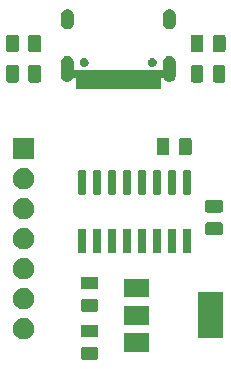
<source format=gts>
G04 #@! TF.GenerationSoftware,KiCad,Pcbnew,(5.1.5)-3*
G04 #@! TF.CreationDate,2020-06-01T09:33:33-04:00*
G04 #@! TF.ProjectId,OpenUSB2Serial,4f70656e-5553-4423-9253-657269616c2e,rev?*
G04 #@! TF.SameCoordinates,Original*
G04 #@! TF.FileFunction,Soldermask,Top*
G04 #@! TF.FilePolarity,Negative*
%FSLAX46Y46*%
G04 Gerber Fmt 4.6, Leading zero omitted, Abs format (unit mm)*
G04 Created by KiCad (PCBNEW (5.1.5)-3) date 2020-06-01 09:33:33*
%MOMM*%
%LPD*%
G04 APERTURE LIST*
%ADD10C,0.100000*%
G04 APERTURE END LIST*
D10*
G36*
X109804468Y-96288565D02*
G01*
X109843138Y-96300296D01*
X109878777Y-96319346D01*
X109910017Y-96344983D01*
X109935654Y-96376223D01*
X109954704Y-96411862D01*
X109966435Y-96450532D01*
X109971000Y-96496888D01*
X109971000Y-97148112D01*
X109966435Y-97194468D01*
X109954704Y-97233138D01*
X109935654Y-97268777D01*
X109910017Y-97300017D01*
X109878777Y-97325654D01*
X109843138Y-97344704D01*
X109804468Y-97356435D01*
X109758112Y-97361000D01*
X108681888Y-97361000D01*
X108635532Y-97356435D01*
X108596862Y-97344704D01*
X108561223Y-97325654D01*
X108529983Y-97300017D01*
X108504346Y-97268777D01*
X108485296Y-97233138D01*
X108473565Y-97194468D01*
X108469000Y-97148112D01*
X108469000Y-96496888D01*
X108473565Y-96450532D01*
X108485296Y-96411862D01*
X108504346Y-96376223D01*
X108529983Y-96344983D01*
X108561223Y-96319346D01*
X108596862Y-96300296D01*
X108635532Y-96288565D01*
X108681888Y-96284000D01*
X109758112Y-96284000D01*
X109804468Y-96288565D01*
G37*
G36*
X114233000Y-96700000D02*
G01*
X112131000Y-96700000D01*
X112131000Y-95098000D01*
X114233000Y-95098000D01*
X114233000Y-96700000D01*
G37*
G36*
X103745512Y-93845927D02*
G01*
X103894812Y-93875624D01*
X104058784Y-93943544D01*
X104206354Y-94042147D01*
X104331853Y-94167646D01*
X104430456Y-94315216D01*
X104498376Y-94479188D01*
X104533000Y-94653259D01*
X104533000Y-94830741D01*
X104498376Y-95004812D01*
X104430456Y-95168784D01*
X104331853Y-95316354D01*
X104206354Y-95441853D01*
X104058784Y-95540456D01*
X103894812Y-95608376D01*
X103745512Y-95638073D01*
X103720742Y-95643000D01*
X103543258Y-95643000D01*
X103518488Y-95638073D01*
X103369188Y-95608376D01*
X103205216Y-95540456D01*
X103057646Y-95441853D01*
X102932147Y-95316354D01*
X102833544Y-95168784D01*
X102765624Y-95004812D01*
X102731000Y-94830741D01*
X102731000Y-94653259D01*
X102765624Y-94479188D01*
X102833544Y-94315216D01*
X102932147Y-94167646D01*
X103057646Y-94042147D01*
X103205216Y-93943544D01*
X103369188Y-93875624D01*
X103518488Y-93845927D01*
X103543258Y-93841000D01*
X103720742Y-93841000D01*
X103745512Y-93845927D01*
G37*
G36*
X120533000Y-95550000D02*
G01*
X118431000Y-95550000D01*
X118431000Y-91648000D01*
X120533000Y-91648000D01*
X120533000Y-95550000D01*
G37*
G36*
X109804468Y-94413565D02*
G01*
X109843138Y-94425296D01*
X109878777Y-94444346D01*
X109910017Y-94469983D01*
X109935654Y-94501223D01*
X109954704Y-94536862D01*
X109966435Y-94575532D01*
X109971000Y-94621888D01*
X109971000Y-95273112D01*
X109966435Y-95319468D01*
X109954704Y-95358138D01*
X109935654Y-95393777D01*
X109910017Y-95425017D01*
X109878777Y-95450654D01*
X109843138Y-95469704D01*
X109804468Y-95481435D01*
X109758112Y-95486000D01*
X108681888Y-95486000D01*
X108635532Y-95481435D01*
X108596862Y-95469704D01*
X108561223Y-95450654D01*
X108529983Y-95425017D01*
X108504346Y-95393777D01*
X108485296Y-95358138D01*
X108473565Y-95319468D01*
X108469000Y-95273112D01*
X108469000Y-94621888D01*
X108473565Y-94575532D01*
X108485296Y-94536862D01*
X108504346Y-94501223D01*
X108529983Y-94469983D01*
X108561223Y-94444346D01*
X108596862Y-94425296D01*
X108635532Y-94413565D01*
X108681888Y-94409000D01*
X109758112Y-94409000D01*
X109804468Y-94413565D01*
G37*
G36*
X114233000Y-94400000D02*
G01*
X112131000Y-94400000D01*
X112131000Y-92798000D01*
X114233000Y-92798000D01*
X114233000Y-94400000D01*
G37*
G36*
X109804468Y-92224565D02*
G01*
X109843138Y-92236296D01*
X109878777Y-92255346D01*
X109910017Y-92280983D01*
X109935654Y-92312223D01*
X109954704Y-92347862D01*
X109966435Y-92386532D01*
X109971000Y-92432888D01*
X109971000Y-93084112D01*
X109966435Y-93130468D01*
X109954704Y-93169138D01*
X109935654Y-93204777D01*
X109910017Y-93236017D01*
X109878777Y-93261654D01*
X109843138Y-93280704D01*
X109804468Y-93292435D01*
X109758112Y-93297000D01*
X108681888Y-93297000D01*
X108635532Y-93292435D01*
X108596862Y-93280704D01*
X108561223Y-93261654D01*
X108529983Y-93236017D01*
X108504346Y-93204777D01*
X108485296Y-93169138D01*
X108473565Y-93130468D01*
X108469000Y-93084112D01*
X108469000Y-92432888D01*
X108473565Y-92386532D01*
X108485296Y-92347862D01*
X108504346Y-92312223D01*
X108529983Y-92280983D01*
X108561223Y-92255346D01*
X108596862Y-92236296D01*
X108635532Y-92224565D01*
X108681888Y-92220000D01*
X109758112Y-92220000D01*
X109804468Y-92224565D01*
G37*
G36*
X103727463Y-91302337D02*
G01*
X103894812Y-91335624D01*
X104058784Y-91403544D01*
X104206354Y-91502147D01*
X104331853Y-91627646D01*
X104430456Y-91775216D01*
X104498376Y-91939188D01*
X104533000Y-92113259D01*
X104533000Y-92290741D01*
X104498376Y-92464812D01*
X104430456Y-92628784D01*
X104331853Y-92776354D01*
X104206354Y-92901853D01*
X104058784Y-93000456D01*
X103894812Y-93068376D01*
X103745512Y-93098073D01*
X103720742Y-93103000D01*
X103543258Y-93103000D01*
X103518488Y-93098073D01*
X103369188Y-93068376D01*
X103205216Y-93000456D01*
X103057646Y-92901853D01*
X102932147Y-92776354D01*
X102833544Y-92628784D01*
X102765624Y-92464812D01*
X102731000Y-92290741D01*
X102731000Y-92113259D01*
X102765624Y-91939188D01*
X102833544Y-91775216D01*
X102932147Y-91627646D01*
X103057646Y-91502147D01*
X103205216Y-91403544D01*
X103369188Y-91335624D01*
X103536537Y-91302337D01*
X103543258Y-91301000D01*
X103720742Y-91301000D01*
X103727463Y-91302337D01*
G37*
G36*
X114233000Y-92100000D02*
G01*
X112131000Y-92100000D01*
X112131000Y-90498000D01*
X114233000Y-90498000D01*
X114233000Y-92100000D01*
G37*
G36*
X109804468Y-90349565D02*
G01*
X109843138Y-90361296D01*
X109878777Y-90380346D01*
X109910017Y-90405983D01*
X109935654Y-90437223D01*
X109954704Y-90472862D01*
X109966435Y-90511532D01*
X109971000Y-90557888D01*
X109971000Y-91209112D01*
X109966435Y-91255468D01*
X109954704Y-91294138D01*
X109935654Y-91329777D01*
X109910017Y-91361017D01*
X109878777Y-91386654D01*
X109843138Y-91405704D01*
X109804468Y-91417435D01*
X109758112Y-91422000D01*
X108681888Y-91422000D01*
X108635532Y-91417435D01*
X108596862Y-91405704D01*
X108561223Y-91386654D01*
X108529983Y-91361017D01*
X108504346Y-91329777D01*
X108485296Y-91294138D01*
X108473565Y-91255468D01*
X108469000Y-91209112D01*
X108469000Y-90557888D01*
X108473565Y-90511532D01*
X108485296Y-90472862D01*
X108504346Y-90437223D01*
X108529983Y-90405983D01*
X108561223Y-90380346D01*
X108596862Y-90361296D01*
X108635532Y-90349565D01*
X108681888Y-90345000D01*
X109758112Y-90345000D01*
X109804468Y-90349565D01*
G37*
G36*
X103745512Y-88765927D02*
G01*
X103894812Y-88795624D01*
X104058784Y-88863544D01*
X104206354Y-88962147D01*
X104331853Y-89087646D01*
X104430456Y-89235216D01*
X104498376Y-89399188D01*
X104533000Y-89573259D01*
X104533000Y-89750741D01*
X104498376Y-89924812D01*
X104430456Y-90088784D01*
X104331853Y-90236354D01*
X104206354Y-90361853D01*
X104058784Y-90460456D01*
X103894812Y-90528376D01*
X103746441Y-90557888D01*
X103720742Y-90563000D01*
X103543258Y-90563000D01*
X103517559Y-90557888D01*
X103369188Y-90528376D01*
X103205216Y-90460456D01*
X103057646Y-90361853D01*
X102932147Y-90236354D01*
X102833544Y-90088784D01*
X102765624Y-89924812D01*
X102731000Y-89750741D01*
X102731000Y-89573259D01*
X102765624Y-89399188D01*
X102833544Y-89235216D01*
X102932147Y-89087646D01*
X103057646Y-88962147D01*
X103205216Y-88863544D01*
X103369188Y-88795624D01*
X103518488Y-88765927D01*
X103543258Y-88761000D01*
X103720742Y-88761000D01*
X103745512Y-88765927D01*
G37*
G36*
X113924928Y-86287764D02*
G01*
X113946009Y-86294160D01*
X113965445Y-86304548D01*
X113982476Y-86318524D01*
X113996452Y-86335555D01*
X114006840Y-86354991D01*
X114013236Y-86376072D01*
X114016000Y-86404140D01*
X114016000Y-88217860D01*
X114013236Y-88245928D01*
X114006840Y-88267009D01*
X113996452Y-88286445D01*
X113982476Y-88303476D01*
X113965445Y-88317452D01*
X113946009Y-88327840D01*
X113924928Y-88334236D01*
X113896860Y-88337000D01*
X113433140Y-88337000D01*
X113405072Y-88334236D01*
X113383991Y-88327840D01*
X113364555Y-88317452D01*
X113347524Y-88303476D01*
X113333548Y-88286445D01*
X113323160Y-88267009D01*
X113316764Y-88245928D01*
X113314000Y-88217860D01*
X113314000Y-86404140D01*
X113316764Y-86376072D01*
X113323160Y-86354991D01*
X113333548Y-86335555D01*
X113347524Y-86318524D01*
X113364555Y-86304548D01*
X113383991Y-86294160D01*
X113405072Y-86287764D01*
X113433140Y-86285000D01*
X113896860Y-86285000D01*
X113924928Y-86287764D01*
G37*
G36*
X110114928Y-86287764D02*
G01*
X110136009Y-86294160D01*
X110155445Y-86304548D01*
X110172476Y-86318524D01*
X110186452Y-86335555D01*
X110196840Y-86354991D01*
X110203236Y-86376072D01*
X110206000Y-86404140D01*
X110206000Y-88217860D01*
X110203236Y-88245928D01*
X110196840Y-88267009D01*
X110186452Y-88286445D01*
X110172476Y-88303476D01*
X110155445Y-88317452D01*
X110136009Y-88327840D01*
X110114928Y-88334236D01*
X110086860Y-88337000D01*
X109623140Y-88337000D01*
X109595072Y-88334236D01*
X109573991Y-88327840D01*
X109554555Y-88317452D01*
X109537524Y-88303476D01*
X109523548Y-88286445D01*
X109513160Y-88267009D01*
X109506764Y-88245928D01*
X109504000Y-88217860D01*
X109504000Y-86404140D01*
X109506764Y-86376072D01*
X109513160Y-86354991D01*
X109523548Y-86335555D01*
X109537524Y-86318524D01*
X109554555Y-86304548D01*
X109573991Y-86294160D01*
X109595072Y-86287764D01*
X109623140Y-86285000D01*
X110086860Y-86285000D01*
X110114928Y-86287764D01*
G37*
G36*
X111384928Y-86287764D02*
G01*
X111406009Y-86294160D01*
X111425445Y-86304548D01*
X111442476Y-86318524D01*
X111456452Y-86335555D01*
X111466840Y-86354991D01*
X111473236Y-86376072D01*
X111476000Y-86404140D01*
X111476000Y-88217860D01*
X111473236Y-88245928D01*
X111466840Y-88267009D01*
X111456452Y-88286445D01*
X111442476Y-88303476D01*
X111425445Y-88317452D01*
X111406009Y-88327840D01*
X111384928Y-88334236D01*
X111356860Y-88337000D01*
X110893140Y-88337000D01*
X110865072Y-88334236D01*
X110843991Y-88327840D01*
X110824555Y-88317452D01*
X110807524Y-88303476D01*
X110793548Y-88286445D01*
X110783160Y-88267009D01*
X110776764Y-88245928D01*
X110774000Y-88217860D01*
X110774000Y-86404140D01*
X110776764Y-86376072D01*
X110783160Y-86354991D01*
X110793548Y-86335555D01*
X110807524Y-86318524D01*
X110824555Y-86304548D01*
X110843991Y-86294160D01*
X110865072Y-86287764D01*
X110893140Y-86285000D01*
X111356860Y-86285000D01*
X111384928Y-86287764D01*
G37*
G36*
X117734928Y-86287764D02*
G01*
X117756009Y-86294160D01*
X117775445Y-86304548D01*
X117792476Y-86318524D01*
X117806452Y-86335555D01*
X117816840Y-86354991D01*
X117823236Y-86376072D01*
X117826000Y-86404140D01*
X117826000Y-88217860D01*
X117823236Y-88245928D01*
X117816840Y-88267009D01*
X117806452Y-88286445D01*
X117792476Y-88303476D01*
X117775445Y-88317452D01*
X117756009Y-88327840D01*
X117734928Y-88334236D01*
X117706860Y-88337000D01*
X117243140Y-88337000D01*
X117215072Y-88334236D01*
X117193991Y-88327840D01*
X117174555Y-88317452D01*
X117157524Y-88303476D01*
X117143548Y-88286445D01*
X117133160Y-88267009D01*
X117126764Y-88245928D01*
X117124000Y-88217860D01*
X117124000Y-86404140D01*
X117126764Y-86376072D01*
X117133160Y-86354991D01*
X117143548Y-86335555D01*
X117157524Y-86318524D01*
X117174555Y-86304548D01*
X117193991Y-86294160D01*
X117215072Y-86287764D01*
X117243140Y-86285000D01*
X117706860Y-86285000D01*
X117734928Y-86287764D01*
G37*
G36*
X116464928Y-86287764D02*
G01*
X116486009Y-86294160D01*
X116505445Y-86304548D01*
X116522476Y-86318524D01*
X116536452Y-86335555D01*
X116546840Y-86354991D01*
X116553236Y-86376072D01*
X116556000Y-86404140D01*
X116556000Y-88217860D01*
X116553236Y-88245928D01*
X116546840Y-88267009D01*
X116536452Y-88286445D01*
X116522476Y-88303476D01*
X116505445Y-88317452D01*
X116486009Y-88327840D01*
X116464928Y-88334236D01*
X116436860Y-88337000D01*
X115973140Y-88337000D01*
X115945072Y-88334236D01*
X115923991Y-88327840D01*
X115904555Y-88317452D01*
X115887524Y-88303476D01*
X115873548Y-88286445D01*
X115863160Y-88267009D01*
X115856764Y-88245928D01*
X115854000Y-88217860D01*
X115854000Y-86404140D01*
X115856764Y-86376072D01*
X115863160Y-86354991D01*
X115873548Y-86335555D01*
X115887524Y-86318524D01*
X115904555Y-86304548D01*
X115923991Y-86294160D01*
X115945072Y-86287764D01*
X115973140Y-86285000D01*
X116436860Y-86285000D01*
X116464928Y-86287764D01*
G37*
G36*
X115194928Y-86287764D02*
G01*
X115216009Y-86294160D01*
X115235445Y-86304548D01*
X115252476Y-86318524D01*
X115266452Y-86335555D01*
X115276840Y-86354991D01*
X115283236Y-86376072D01*
X115286000Y-86404140D01*
X115286000Y-88217860D01*
X115283236Y-88245928D01*
X115276840Y-88267009D01*
X115266452Y-88286445D01*
X115252476Y-88303476D01*
X115235445Y-88317452D01*
X115216009Y-88327840D01*
X115194928Y-88334236D01*
X115166860Y-88337000D01*
X114703140Y-88337000D01*
X114675072Y-88334236D01*
X114653991Y-88327840D01*
X114634555Y-88317452D01*
X114617524Y-88303476D01*
X114603548Y-88286445D01*
X114593160Y-88267009D01*
X114586764Y-88245928D01*
X114584000Y-88217860D01*
X114584000Y-86404140D01*
X114586764Y-86376072D01*
X114593160Y-86354991D01*
X114603548Y-86335555D01*
X114617524Y-86318524D01*
X114634555Y-86304548D01*
X114653991Y-86294160D01*
X114675072Y-86287764D01*
X114703140Y-86285000D01*
X115166860Y-86285000D01*
X115194928Y-86287764D01*
G37*
G36*
X108844928Y-86287764D02*
G01*
X108866009Y-86294160D01*
X108885445Y-86304548D01*
X108902476Y-86318524D01*
X108916452Y-86335555D01*
X108926840Y-86354991D01*
X108933236Y-86376072D01*
X108936000Y-86404140D01*
X108936000Y-88217860D01*
X108933236Y-88245928D01*
X108926840Y-88267009D01*
X108916452Y-88286445D01*
X108902476Y-88303476D01*
X108885445Y-88317452D01*
X108866009Y-88327840D01*
X108844928Y-88334236D01*
X108816860Y-88337000D01*
X108353140Y-88337000D01*
X108325072Y-88334236D01*
X108303991Y-88327840D01*
X108284555Y-88317452D01*
X108267524Y-88303476D01*
X108253548Y-88286445D01*
X108243160Y-88267009D01*
X108236764Y-88245928D01*
X108234000Y-88217860D01*
X108234000Y-86404140D01*
X108236764Y-86376072D01*
X108243160Y-86354991D01*
X108253548Y-86335555D01*
X108267524Y-86318524D01*
X108284555Y-86304548D01*
X108303991Y-86294160D01*
X108325072Y-86287764D01*
X108353140Y-86285000D01*
X108816860Y-86285000D01*
X108844928Y-86287764D01*
G37*
G36*
X112654928Y-86287764D02*
G01*
X112676009Y-86294160D01*
X112695445Y-86304548D01*
X112712476Y-86318524D01*
X112726452Y-86335555D01*
X112736840Y-86354991D01*
X112743236Y-86376072D01*
X112746000Y-86404140D01*
X112746000Y-88217860D01*
X112743236Y-88245928D01*
X112736840Y-88267009D01*
X112726452Y-88286445D01*
X112712476Y-88303476D01*
X112695445Y-88317452D01*
X112676009Y-88327840D01*
X112654928Y-88334236D01*
X112626860Y-88337000D01*
X112163140Y-88337000D01*
X112135072Y-88334236D01*
X112113991Y-88327840D01*
X112094555Y-88317452D01*
X112077524Y-88303476D01*
X112063548Y-88286445D01*
X112053160Y-88267009D01*
X112046764Y-88245928D01*
X112044000Y-88217860D01*
X112044000Y-86404140D01*
X112046764Y-86376072D01*
X112053160Y-86354991D01*
X112063548Y-86335555D01*
X112077524Y-86318524D01*
X112094555Y-86304548D01*
X112113991Y-86294160D01*
X112135072Y-86287764D01*
X112163140Y-86285000D01*
X112626860Y-86285000D01*
X112654928Y-86287764D01*
G37*
G36*
X103745512Y-86225927D02*
G01*
X103894812Y-86255624D01*
X104058784Y-86323544D01*
X104206354Y-86422147D01*
X104331853Y-86547646D01*
X104430456Y-86695216D01*
X104498376Y-86859188D01*
X104533000Y-87033259D01*
X104533000Y-87210741D01*
X104498376Y-87384812D01*
X104430456Y-87548784D01*
X104331853Y-87696354D01*
X104206354Y-87821853D01*
X104058784Y-87920456D01*
X103894812Y-87988376D01*
X103745512Y-88018073D01*
X103720742Y-88023000D01*
X103543258Y-88023000D01*
X103518488Y-88018073D01*
X103369188Y-87988376D01*
X103205216Y-87920456D01*
X103057646Y-87821853D01*
X102932147Y-87696354D01*
X102833544Y-87548784D01*
X102765624Y-87384812D01*
X102731000Y-87210741D01*
X102731000Y-87033259D01*
X102765624Y-86859188D01*
X102833544Y-86695216D01*
X102932147Y-86547646D01*
X103057646Y-86422147D01*
X103205216Y-86323544D01*
X103369188Y-86255624D01*
X103518488Y-86225927D01*
X103543258Y-86221000D01*
X103720742Y-86221000D01*
X103745512Y-86225927D01*
G37*
G36*
X120345468Y-85722165D02*
G01*
X120384138Y-85733896D01*
X120419777Y-85752946D01*
X120451017Y-85778583D01*
X120476654Y-85809823D01*
X120495704Y-85845462D01*
X120507435Y-85884132D01*
X120512000Y-85930488D01*
X120512000Y-86581712D01*
X120507435Y-86628068D01*
X120495704Y-86666738D01*
X120476654Y-86702377D01*
X120451017Y-86733617D01*
X120419777Y-86759254D01*
X120384138Y-86778304D01*
X120345468Y-86790035D01*
X120299112Y-86794600D01*
X119222888Y-86794600D01*
X119176532Y-86790035D01*
X119137862Y-86778304D01*
X119102223Y-86759254D01*
X119070983Y-86733617D01*
X119045346Y-86702377D01*
X119026296Y-86666738D01*
X119014565Y-86628068D01*
X119010000Y-86581712D01*
X119010000Y-85930488D01*
X119014565Y-85884132D01*
X119026296Y-85845462D01*
X119045346Y-85809823D01*
X119070983Y-85778583D01*
X119102223Y-85752946D01*
X119137862Y-85733896D01*
X119176532Y-85722165D01*
X119222888Y-85717600D01*
X120299112Y-85717600D01*
X120345468Y-85722165D01*
G37*
G36*
X103745512Y-83685927D02*
G01*
X103894812Y-83715624D01*
X104058784Y-83783544D01*
X104206354Y-83882147D01*
X104331853Y-84007646D01*
X104430456Y-84155216D01*
X104498376Y-84319188D01*
X104533000Y-84493259D01*
X104533000Y-84670741D01*
X104498376Y-84844812D01*
X104430456Y-85008784D01*
X104331853Y-85156354D01*
X104206354Y-85281853D01*
X104058784Y-85380456D01*
X103894812Y-85448376D01*
X103745512Y-85478073D01*
X103720742Y-85483000D01*
X103543258Y-85483000D01*
X103518488Y-85478073D01*
X103369188Y-85448376D01*
X103205216Y-85380456D01*
X103057646Y-85281853D01*
X102932147Y-85156354D01*
X102833544Y-85008784D01*
X102765624Y-84844812D01*
X102731000Y-84670741D01*
X102731000Y-84493259D01*
X102765624Y-84319188D01*
X102833544Y-84155216D01*
X102932147Y-84007646D01*
X103057646Y-83882147D01*
X103205216Y-83783544D01*
X103369188Y-83715624D01*
X103518488Y-83685927D01*
X103543258Y-83681000D01*
X103720742Y-83681000D01*
X103745512Y-83685927D01*
G37*
G36*
X120345468Y-83847165D02*
G01*
X120384138Y-83858896D01*
X120419777Y-83877946D01*
X120451017Y-83903583D01*
X120476654Y-83934823D01*
X120495704Y-83970462D01*
X120507435Y-84009132D01*
X120512000Y-84055488D01*
X120512000Y-84706712D01*
X120507435Y-84753068D01*
X120495704Y-84791738D01*
X120476654Y-84827377D01*
X120451017Y-84858617D01*
X120419777Y-84884254D01*
X120384138Y-84903304D01*
X120345468Y-84915035D01*
X120299112Y-84919600D01*
X119222888Y-84919600D01*
X119176532Y-84915035D01*
X119137862Y-84903304D01*
X119102223Y-84884254D01*
X119070983Y-84858617D01*
X119045346Y-84827377D01*
X119026296Y-84791738D01*
X119014565Y-84753068D01*
X119010000Y-84706712D01*
X119010000Y-84055488D01*
X119014565Y-84009132D01*
X119026296Y-83970462D01*
X119045346Y-83934823D01*
X119070983Y-83903583D01*
X119102223Y-83877946D01*
X119137862Y-83858896D01*
X119176532Y-83847165D01*
X119222888Y-83842600D01*
X120299112Y-83842600D01*
X120345468Y-83847165D01*
G37*
G36*
X110114928Y-81337764D02*
G01*
X110136009Y-81344160D01*
X110155445Y-81354548D01*
X110172476Y-81368524D01*
X110186452Y-81385555D01*
X110196840Y-81404991D01*
X110203236Y-81426072D01*
X110206000Y-81454140D01*
X110206000Y-83267860D01*
X110203236Y-83295928D01*
X110196840Y-83317009D01*
X110186452Y-83336445D01*
X110172476Y-83353476D01*
X110155445Y-83367452D01*
X110136009Y-83377840D01*
X110114928Y-83384236D01*
X110086860Y-83387000D01*
X109623140Y-83387000D01*
X109595072Y-83384236D01*
X109573991Y-83377840D01*
X109554555Y-83367452D01*
X109537524Y-83353476D01*
X109523548Y-83336445D01*
X109513160Y-83317009D01*
X109506764Y-83295928D01*
X109504000Y-83267860D01*
X109504000Y-81454140D01*
X109506764Y-81426072D01*
X109513160Y-81404991D01*
X109523548Y-81385555D01*
X109537524Y-81368524D01*
X109554555Y-81354548D01*
X109573991Y-81344160D01*
X109595072Y-81337764D01*
X109623140Y-81335000D01*
X110086860Y-81335000D01*
X110114928Y-81337764D01*
G37*
G36*
X117734928Y-81337764D02*
G01*
X117756009Y-81344160D01*
X117775445Y-81354548D01*
X117792476Y-81368524D01*
X117806452Y-81385555D01*
X117816840Y-81404991D01*
X117823236Y-81426072D01*
X117826000Y-81454140D01*
X117826000Y-83267860D01*
X117823236Y-83295928D01*
X117816840Y-83317009D01*
X117806452Y-83336445D01*
X117792476Y-83353476D01*
X117775445Y-83367452D01*
X117756009Y-83377840D01*
X117734928Y-83384236D01*
X117706860Y-83387000D01*
X117243140Y-83387000D01*
X117215072Y-83384236D01*
X117193991Y-83377840D01*
X117174555Y-83367452D01*
X117157524Y-83353476D01*
X117143548Y-83336445D01*
X117133160Y-83317009D01*
X117126764Y-83295928D01*
X117124000Y-83267860D01*
X117124000Y-81454140D01*
X117126764Y-81426072D01*
X117133160Y-81404991D01*
X117143548Y-81385555D01*
X117157524Y-81368524D01*
X117174555Y-81354548D01*
X117193991Y-81344160D01*
X117215072Y-81337764D01*
X117243140Y-81335000D01*
X117706860Y-81335000D01*
X117734928Y-81337764D01*
G37*
G36*
X116464928Y-81337764D02*
G01*
X116486009Y-81344160D01*
X116505445Y-81354548D01*
X116522476Y-81368524D01*
X116536452Y-81385555D01*
X116546840Y-81404991D01*
X116553236Y-81426072D01*
X116556000Y-81454140D01*
X116556000Y-83267860D01*
X116553236Y-83295928D01*
X116546840Y-83317009D01*
X116536452Y-83336445D01*
X116522476Y-83353476D01*
X116505445Y-83367452D01*
X116486009Y-83377840D01*
X116464928Y-83384236D01*
X116436860Y-83387000D01*
X115973140Y-83387000D01*
X115945072Y-83384236D01*
X115923991Y-83377840D01*
X115904555Y-83367452D01*
X115887524Y-83353476D01*
X115873548Y-83336445D01*
X115863160Y-83317009D01*
X115856764Y-83295928D01*
X115854000Y-83267860D01*
X115854000Y-81454140D01*
X115856764Y-81426072D01*
X115863160Y-81404991D01*
X115873548Y-81385555D01*
X115887524Y-81368524D01*
X115904555Y-81354548D01*
X115923991Y-81344160D01*
X115945072Y-81337764D01*
X115973140Y-81335000D01*
X116436860Y-81335000D01*
X116464928Y-81337764D01*
G37*
G36*
X115194928Y-81337764D02*
G01*
X115216009Y-81344160D01*
X115235445Y-81354548D01*
X115252476Y-81368524D01*
X115266452Y-81385555D01*
X115276840Y-81404991D01*
X115283236Y-81426072D01*
X115286000Y-81454140D01*
X115286000Y-83267860D01*
X115283236Y-83295928D01*
X115276840Y-83317009D01*
X115266452Y-83336445D01*
X115252476Y-83353476D01*
X115235445Y-83367452D01*
X115216009Y-83377840D01*
X115194928Y-83384236D01*
X115166860Y-83387000D01*
X114703140Y-83387000D01*
X114675072Y-83384236D01*
X114653991Y-83377840D01*
X114634555Y-83367452D01*
X114617524Y-83353476D01*
X114603548Y-83336445D01*
X114593160Y-83317009D01*
X114586764Y-83295928D01*
X114584000Y-83267860D01*
X114584000Y-81454140D01*
X114586764Y-81426072D01*
X114593160Y-81404991D01*
X114603548Y-81385555D01*
X114617524Y-81368524D01*
X114634555Y-81354548D01*
X114653991Y-81344160D01*
X114675072Y-81337764D01*
X114703140Y-81335000D01*
X115166860Y-81335000D01*
X115194928Y-81337764D01*
G37*
G36*
X111384928Y-81337764D02*
G01*
X111406009Y-81344160D01*
X111425445Y-81354548D01*
X111442476Y-81368524D01*
X111456452Y-81385555D01*
X111466840Y-81404991D01*
X111473236Y-81426072D01*
X111476000Y-81454140D01*
X111476000Y-83267860D01*
X111473236Y-83295928D01*
X111466840Y-83317009D01*
X111456452Y-83336445D01*
X111442476Y-83353476D01*
X111425445Y-83367452D01*
X111406009Y-83377840D01*
X111384928Y-83384236D01*
X111356860Y-83387000D01*
X110893140Y-83387000D01*
X110865072Y-83384236D01*
X110843991Y-83377840D01*
X110824555Y-83367452D01*
X110807524Y-83353476D01*
X110793548Y-83336445D01*
X110783160Y-83317009D01*
X110776764Y-83295928D01*
X110774000Y-83267860D01*
X110774000Y-81454140D01*
X110776764Y-81426072D01*
X110783160Y-81404991D01*
X110793548Y-81385555D01*
X110807524Y-81368524D01*
X110824555Y-81354548D01*
X110843991Y-81344160D01*
X110865072Y-81337764D01*
X110893140Y-81335000D01*
X111356860Y-81335000D01*
X111384928Y-81337764D01*
G37*
G36*
X113924928Y-81337764D02*
G01*
X113946009Y-81344160D01*
X113965445Y-81354548D01*
X113982476Y-81368524D01*
X113996452Y-81385555D01*
X114006840Y-81404991D01*
X114013236Y-81426072D01*
X114016000Y-81454140D01*
X114016000Y-83267860D01*
X114013236Y-83295928D01*
X114006840Y-83317009D01*
X113996452Y-83336445D01*
X113982476Y-83353476D01*
X113965445Y-83367452D01*
X113946009Y-83377840D01*
X113924928Y-83384236D01*
X113896860Y-83387000D01*
X113433140Y-83387000D01*
X113405072Y-83384236D01*
X113383991Y-83377840D01*
X113364555Y-83367452D01*
X113347524Y-83353476D01*
X113333548Y-83336445D01*
X113323160Y-83317009D01*
X113316764Y-83295928D01*
X113314000Y-83267860D01*
X113314000Y-81454140D01*
X113316764Y-81426072D01*
X113323160Y-81404991D01*
X113333548Y-81385555D01*
X113347524Y-81368524D01*
X113364555Y-81354548D01*
X113383991Y-81344160D01*
X113405072Y-81337764D01*
X113433140Y-81335000D01*
X113896860Y-81335000D01*
X113924928Y-81337764D01*
G37*
G36*
X108844928Y-81337764D02*
G01*
X108866009Y-81344160D01*
X108885445Y-81354548D01*
X108902476Y-81368524D01*
X108916452Y-81385555D01*
X108926840Y-81404991D01*
X108933236Y-81426072D01*
X108936000Y-81454140D01*
X108936000Y-83267860D01*
X108933236Y-83295928D01*
X108926840Y-83317009D01*
X108916452Y-83336445D01*
X108902476Y-83353476D01*
X108885445Y-83367452D01*
X108866009Y-83377840D01*
X108844928Y-83384236D01*
X108816860Y-83387000D01*
X108353140Y-83387000D01*
X108325072Y-83384236D01*
X108303991Y-83377840D01*
X108284555Y-83367452D01*
X108267524Y-83353476D01*
X108253548Y-83336445D01*
X108243160Y-83317009D01*
X108236764Y-83295928D01*
X108234000Y-83267860D01*
X108234000Y-81454140D01*
X108236764Y-81426072D01*
X108243160Y-81404991D01*
X108253548Y-81385555D01*
X108267524Y-81368524D01*
X108284555Y-81354548D01*
X108303991Y-81344160D01*
X108325072Y-81337764D01*
X108353140Y-81335000D01*
X108816860Y-81335000D01*
X108844928Y-81337764D01*
G37*
G36*
X112654928Y-81337764D02*
G01*
X112676009Y-81344160D01*
X112695445Y-81354548D01*
X112712476Y-81368524D01*
X112726452Y-81385555D01*
X112736840Y-81404991D01*
X112743236Y-81426072D01*
X112746000Y-81454140D01*
X112746000Y-83267860D01*
X112743236Y-83295928D01*
X112736840Y-83317009D01*
X112726452Y-83336445D01*
X112712476Y-83353476D01*
X112695445Y-83367452D01*
X112676009Y-83377840D01*
X112654928Y-83384236D01*
X112626860Y-83387000D01*
X112163140Y-83387000D01*
X112135072Y-83384236D01*
X112113991Y-83377840D01*
X112094555Y-83367452D01*
X112077524Y-83353476D01*
X112063548Y-83336445D01*
X112053160Y-83317009D01*
X112046764Y-83295928D01*
X112044000Y-83267860D01*
X112044000Y-81454140D01*
X112046764Y-81426072D01*
X112053160Y-81404991D01*
X112063548Y-81385555D01*
X112077524Y-81368524D01*
X112094555Y-81354548D01*
X112113991Y-81344160D01*
X112135072Y-81337764D01*
X112163140Y-81335000D01*
X112626860Y-81335000D01*
X112654928Y-81337764D01*
G37*
G36*
X103745512Y-81145927D02*
G01*
X103894812Y-81175624D01*
X104058784Y-81243544D01*
X104206354Y-81342147D01*
X104331853Y-81467646D01*
X104430456Y-81615216D01*
X104498376Y-81779188D01*
X104533000Y-81953259D01*
X104533000Y-82130741D01*
X104498376Y-82304812D01*
X104430456Y-82468784D01*
X104331853Y-82616354D01*
X104206354Y-82741853D01*
X104058784Y-82840456D01*
X103894812Y-82908376D01*
X103745512Y-82938073D01*
X103720742Y-82943000D01*
X103543258Y-82943000D01*
X103518488Y-82938073D01*
X103369188Y-82908376D01*
X103205216Y-82840456D01*
X103057646Y-82741853D01*
X102932147Y-82616354D01*
X102833544Y-82468784D01*
X102765624Y-82304812D01*
X102731000Y-82130741D01*
X102731000Y-81953259D01*
X102765624Y-81779188D01*
X102833544Y-81615216D01*
X102932147Y-81467646D01*
X103057646Y-81342147D01*
X103205216Y-81243544D01*
X103369188Y-81175624D01*
X103518488Y-81145927D01*
X103543258Y-81141000D01*
X103720742Y-81141000D01*
X103745512Y-81145927D01*
G37*
G36*
X104533000Y-80403000D02*
G01*
X102731000Y-80403000D01*
X102731000Y-78601000D01*
X104533000Y-78601000D01*
X104533000Y-80403000D01*
G37*
G36*
X115817268Y-78577765D02*
G01*
X115855938Y-78589496D01*
X115891577Y-78608546D01*
X115922817Y-78634183D01*
X115948454Y-78665423D01*
X115967504Y-78701062D01*
X115979235Y-78739732D01*
X115983800Y-78786088D01*
X115983800Y-79862312D01*
X115979235Y-79908668D01*
X115967504Y-79947338D01*
X115948454Y-79982977D01*
X115922817Y-80014217D01*
X115891577Y-80039854D01*
X115855938Y-80058904D01*
X115817268Y-80070635D01*
X115770912Y-80075200D01*
X115119688Y-80075200D01*
X115073332Y-80070635D01*
X115034662Y-80058904D01*
X114999023Y-80039854D01*
X114967783Y-80014217D01*
X114942146Y-79982977D01*
X114923096Y-79947338D01*
X114911365Y-79908668D01*
X114906800Y-79862312D01*
X114906800Y-78786088D01*
X114911365Y-78739732D01*
X114923096Y-78701062D01*
X114942146Y-78665423D01*
X114967783Y-78634183D01*
X114999023Y-78608546D01*
X115034662Y-78589496D01*
X115073332Y-78577765D01*
X115119688Y-78573200D01*
X115770912Y-78573200D01*
X115817268Y-78577765D01*
G37*
G36*
X117692268Y-78577765D02*
G01*
X117730938Y-78589496D01*
X117766577Y-78608546D01*
X117797817Y-78634183D01*
X117823454Y-78665423D01*
X117842504Y-78701062D01*
X117854235Y-78739732D01*
X117858800Y-78786088D01*
X117858800Y-79862312D01*
X117854235Y-79908668D01*
X117842504Y-79947338D01*
X117823454Y-79982977D01*
X117797817Y-80014217D01*
X117766577Y-80039854D01*
X117730938Y-80058904D01*
X117692268Y-80070635D01*
X117645912Y-80075200D01*
X116994688Y-80075200D01*
X116948332Y-80070635D01*
X116909662Y-80058904D01*
X116874023Y-80039854D01*
X116842783Y-80014217D01*
X116817146Y-79982977D01*
X116798096Y-79947338D01*
X116786365Y-79908668D01*
X116781800Y-79862312D01*
X116781800Y-78786088D01*
X116786365Y-78739732D01*
X116798096Y-78701062D01*
X116817146Y-78665423D01*
X116842783Y-78634183D01*
X116874023Y-78608546D01*
X116909662Y-78589496D01*
X116948332Y-78577765D01*
X116994688Y-78573200D01*
X117645912Y-78573200D01*
X117692268Y-78577765D01*
G37*
G36*
X116074015Y-71632973D02*
G01*
X116177879Y-71664479D01*
X116205055Y-71679005D01*
X116273600Y-71715643D01*
X116357501Y-71784499D01*
X116426357Y-71868400D01*
X116445354Y-71903942D01*
X116477521Y-71964121D01*
X116509027Y-72067985D01*
X116517000Y-72148933D01*
X116517000Y-73303067D01*
X116509027Y-73384015D01*
X116477521Y-73487879D01*
X116426356Y-73583600D01*
X116357501Y-73667501D01*
X116329949Y-73690112D01*
X116273599Y-73736357D01*
X116221907Y-73763987D01*
X116177878Y-73787521D01*
X116074014Y-73819027D01*
X115966000Y-73829666D01*
X115857985Y-73819027D01*
X115754121Y-73787521D01*
X115710093Y-73763987D01*
X115658401Y-73736357D01*
X115645643Y-73725887D01*
X115574499Y-73667501D01*
X115505644Y-73583600D01*
X115482234Y-73539804D01*
X115468625Y-73519436D01*
X115451298Y-73502109D01*
X115430924Y-73488495D01*
X115408285Y-73479118D01*
X115384252Y-73474337D01*
X115359748Y-73474337D01*
X115335714Y-73479117D01*
X115313076Y-73488494D01*
X115292701Y-73502108D01*
X115275374Y-73519435D01*
X115261760Y-73539809D01*
X115252383Y-73562448D01*
X115247602Y-73586481D01*
X115247000Y-73598734D01*
X115247000Y-74417000D01*
X108045000Y-74417000D01*
X108045000Y-73598734D01*
X108042598Y-73574349D01*
X108035485Y-73550900D01*
X108023934Y-73529289D01*
X108008389Y-73510347D01*
X107989447Y-73494802D01*
X107967836Y-73483251D01*
X107944387Y-73476138D01*
X107920001Y-73473736D01*
X107895615Y-73476138D01*
X107872166Y-73483251D01*
X107850555Y-73494802D01*
X107831613Y-73510347D01*
X107816068Y-73529289D01*
X107809767Y-73539802D01*
X107803835Y-73550900D01*
X107786356Y-73583601D01*
X107755319Y-73621419D01*
X107717501Y-73667501D01*
X107689949Y-73690112D01*
X107633599Y-73736357D01*
X107581907Y-73763987D01*
X107537878Y-73787521D01*
X107434014Y-73819027D01*
X107326000Y-73829666D01*
X107217985Y-73819027D01*
X107114121Y-73787521D01*
X107070093Y-73763987D01*
X107018401Y-73736357D01*
X107005643Y-73725887D01*
X106934499Y-73667501D01*
X106865644Y-73583600D01*
X106814479Y-73487878D01*
X106782973Y-73384014D01*
X106775000Y-73303066D01*
X106775001Y-72148933D01*
X106782974Y-72067985D01*
X106814480Y-71964121D01*
X106846647Y-71903942D01*
X106865644Y-71868400D01*
X106934500Y-71784499D01*
X107018401Y-71715643D01*
X107086946Y-71679005D01*
X107114122Y-71664479D01*
X107217986Y-71632973D01*
X107326000Y-71622334D01*
X107434015Y-71632973D01*
X107537879Y-71664479D01*
X107565055Y-71679005D01*
X107633600Y-71715643D01*
X107717501Y-71784499D01*
X107786357Y-71868400D01*
X107805354Y-71903942D01*
X107837521Y-71964121D01*
X107869027Y-72067985D01*
X107877000Y-72148933D01*
X107877000Y-72740001D01*
X107879402Y-72764387D01*
X107886515Y-72787836D01*
X107898066Y-72809447D01*
X107913611Y-72828389D01*
X107932553Y-72843934D01*
X107954164Y-72855485D01*
X107977613Y-72862598D01*
X108001999Y-72865000D01*
X115290001Y-72865000D01*
X115314387Y-72862598D01*
X115337836Y-72855485D01*
X115359447Y-72843934D01*
X115378389Y-72828389D01*
X115393934Y-72809447D01*
X115405485Y-72787836D01*
X115412598Y-72764387D01*
X115415000Y-72740001D01*
X115415001Y-72148939D01*
X115415001Y-72148933D01*
X115422974Y-72067985D01*
X115454480Y-71964121D01*
X115486647Y-71903942D01*
X115505644Y-71868400D01*
X115574500Y-71784499D01*
X115658401Y-71715643D01*
X115726946Y-71679005D01*
X115754122Y-71664479D01*
X115857986Y-71632973D01*
X115966000Y-71622334D01*
X116074015Y-71632973D01*
G37*
G36*
X103066468Y-72405565D02*
G01*
X103105138Y-72417296D01*
X103140777Y-72436346D01*
X103172017Y-72461983D01*
X103197654Y-72493223D01*
X103216704Y-72528862D01*
X103228435Y-72567532D01*
X103233000Y-72613888D01*
X103233000Y-73690112D01*
X103228435Y-73736468D01*
X103216704Y-73775138D01*
X103197654Y-73810777D01*
X103172017Y-73842017D01*
X103140777Y-73867654D01*
X103105138Y-73886704D01*
X103066468Y-73898435D01*
X103020112Y-73903000D01*
X102368888Y-73903000D01*
X102322532Y-73898435D01*
X102283862Y-73886704D01*
X102248223Y-73867654D01*
X102216983Y-73842017D01*
X102191346Y-73810777D01*
X102172296Y-73775138D01*
X102160565Y-73736468D01*
X102156000Y-73690112D01*
X102156000Y-72613888D01*
X102160565Y-72567532D01*
X102172296Y-72528862D01*
X102191346Y-72493223D01*
X102216983Y-72461983D01*
X102248223Y-72436346D01*
X102283862Y-72417296D01*
X102322532Y-72405565D01*
X102368888Y-72401000D01*
X103020112Y-72401000D01*
X103066468Y-72405565D01*
G37*
G36*
X104941468Y-72405565D02*
G01*
X104980138Y-72417296D01*
X105015777Y-72436346D01*
X105047017Y-72461983D01*
X105072654Y-72493223D01*
X105091704Y-72528862D01*
X105103435Y-72567532D01*
X105108000Y-72613888D01*
X105108000Y-73690112D01*
X105103435Y-73736468D01*
X105091704Y-73775138D01*
X105072654Y-73810777D01*
X105047017Y-73842017D01*
X105015777Y-73867654D01*
X104980138Y-73886704D01*
X104941468Y-73898435D01*
X104895112Y-73903000D01*
X104243888Y-73903000D01*
X104197532Y-73898435D01*
X104158862Y-73886704D01*
X104123223Y-73867654D01*
X104091983Y-73842017D01*
X104066346Y-73810777D01*
X104047296Y-73775138D01*
X104035565Y-73736468D01*
X104031000Y-73690112D01*
X104031000Y-72613888D01*
X104035565Y-72567532D01*
X104047296Y-72528862D01*
X104066346Y-72493223D01*
X104091983Y-72461983D01*
X104123223Y-72436346D01*
X104158862Y-72417296D01*
X104197532Y-72405565D01*
X104243888Y-72401000D01*
X104895112Y-72401000D01*
X104941468Y-72405565D01*
G37*
G36*
X118687468Y-72405565D02*
G01*
X118726138Y-72417296D01*
X118761777Y-72436346D01*
X118793017Y-72461983D01*
X118818654Y-72493223D01*
X118837704Y-72528862D01*
X118849435Y-72567532D01*
X118854000Y-72613888D01*
X118854000Y-73690112D01*
X118849435Y-73736468D01*
X118837704Y-73775138D01*
X118818654Y-73810777D01*
X118793017Y-73842017D01*
X118761777Y-73867654D01*
X118726138Y-73886704D01*
X118687468Y-73898435D01*
X118641112Y-73903000D01*
X117989888Y-73903000D01*
X117943532Y-73898435D01*
X117904862Y-73886704D01*
X117869223Y-73867654D01*
X117837983Y-73842017D01*
X117812346Y-73810777D01*
X117793296Y-73775138D01*
X117781565Y-73736468D01*
X117777000Y-73690112D01*
X117777000Y-72613888D01*
X117781565Y-72567532D01*
X117793296Y-72528862D01*
X117812346Y-72493223D01*
X117837983Y-72461983D01*
X117869223Y-72436346D01*
X117904862Y-72417296D01*
X117943532Y-72405565D01*
X117989888Y-72401000D01*
X118641112Y-72401000D01*
X118687468Y-72405565D01*
G37*
G36*
X120562468Y-72405565D02*
G01*
X120601138Y-72417296D01*
X120636777Y-72436346D01*
X120668017Y-72461983D01*
X120693654Y-72493223D01*
X120712704Y-72528862D01*
X120724435Y-72567532D01*
X120729000Y-72613888D01*
X120729000Y-73690112D01*
X120724435Y-73736468D01*
X120712704Y-73775138D01*
X120693654Y-73810777D01*
X120668017Y-73842017D01*
X120636777Y-73867654D01*
X120601138Y-73886704D01*
X120562468Y-73898435D01*
X120516112Y-73903000D01*
X119864888Y-73903000D01*
X119818532Y-73898435D01*
X119779862Y-73886704D01*
X119744223Y-73867654D01*
X119712983Y-73842017D01*
X119687346Y-73810777D01*
X119668296Y-73775138D01*
X119656565Y-73736468D01*
X119652000Y-73690112D01*
X119652000Y-72613888D01*
X119656565Y-72567532D01*
X119668296Y-72528862D01*
X119687346Y-72493223D01*
X119712983Y-72461983D01*
X119744223Y-72436346D01*
X119779862Y-72417296D01*
X119818532Y-72405565D01*
X119864888Y-72401000D01*
X120516112Y-72401000D01*
X120562468Y-72405565D01*
G37*
G36*
X108865672Y-71834449D02*
G01*
X108865674Y-71834450D01*
X108865675Y-71834450D01*
X108934103Y-71862793D01*
X108995686Y-71903942D01*
X109048058Y-71956314D01*
X109089207Y-72017897D01*
X109117550Y-72086325D01*
X109132000Y-72158967D01*
X109132000Y-72233033D01*
X109117550Y-72305675D01*
X109089207Y-72374103D01*
X109048058Y-72435686D01*
X108995686Y-72488058D01*
X108934103Y-72529207D01*
X108865675Y-72557550D01*
X108865674Y-72557550D01*
X108865672Y-72557551D01*
X108793034Y-72572000D01*
X108718966Y-72572000D01*
X108646328Y-72557551D01*
X108646326Y-72557550D01*
X108646325Y-72557550D01*
X108577897Y-72529207D01*
X108516314Y-72488058D01*
X108463942Y-72435686D01*
X108422793Y-72374103D01*
X108394450Y-72305675D01*
X108380000Y-72233033D01*
X108380000Y-72158967D01*
X108394450Y-72086325D01*
X108422793Y-72017897D01*
X108463942Y-71956314D01*
X108516314Y-71903942D01*
X108577897Y-71862793D01*
X108646325Y-71834450D01*
X108646326Y-71834450D01*
X108646328Y-71834449D01*
X108718966Y-71820000D01*
X108793034Y-71820000D01*
X108865672Y-71834449D01*
G37*
G36*
X114645672Y-71834449D02*
G01*
X114645674Y-71834450D01*
X114645675Y-71834450D01*
X114714103Y-71862793D01*
X114775686Y-71903942D01*
X114828058Y-71956314D01*
X114869207Y-72017897D01*
X114897550Y-72086325D01*
X114912000Y-72158967D01*
X114912000Y-72233033D01*
X114897550Y-72305675D01*
X114869207Y-72374103D01*
X114828058Y-72435686D01*
X114775686Y-72488058D01*
X114714103Y-72529207D01*
X114645675Y-72557550D01*
X114645674Y-72557550D01*
X114645672Y-72557551D01*
X114573034Y-72572000D01*
X114498966Y-72572000D01*
X114426328Y-72557551D01*
X114426326Y-72557550D01*
X114426325Y-72557550D01*
X114357897Y-72529207D01*
X114296314Y-72488058D01*
X114243942Y-72435686D01*
X114202793Y-72374103D01*
X114174450Y-72305675D01*
X114160000Y-72233033D01*
X114160000Y-72158967D01*
X114174450Y-72086325D01*
X114202793Y-72017897D01*
X114243942Y-71956314D01*
X114296314Y-71903942D01*
X114357897Y-71862793D01*
X114426325Y-71834450D01*
X114426326Y-71834450D01*
X114426328Y-71834449D01*
X114498966Y-71820000D01*
X114573034Y-71820000D01*
X114645672Y-71834449D01*
G37*
G36*
X104941468Y-69853565D02*
G01*
X104980138Y-69865296D01*
X105015777Y-69884346D01*
X105047017Y-69909983D01*
X105072654Y-69941223D01*
X105091704Y-69976862D01*
X105103435Y-70015532D01*
X105108000Y-70061888D01*
X105108000Y-71138112D01*
X105103435Y-71184468D01*
X105091704Y-71223138D01*
X105072654Y-71258777D01*
X105047017Y-71290017D01*
X105015777Y-71315654D01*
X104980138Y-71334704D01*
X104941468Y-71346435D01*
X104895112Y-71351000D01*
X104243888Y-71351000D01*
X104197532Y-71346435D01*
X104158862Y-71334704D01*
X104123223Y-71315654D01*
X104091983Y-71290017D01*
X104066346Y-71258777D01*
X104047296Y-71223138D01*
X104035565Y-71184468D01*
X104031000Y-71138112D01*
X104031000Y-70061888D01*
X104035565Y-70015532D01*
X104047296Y-69976862D01*
X104066346Y-69941223D01*
X104091983Y-69909983D01*
X104123223Y-69884346D01*
X104158862Y-69865296D01*
X104197532Y-69853565D01*
X104243888Y-69849000D01*
X104895112Y-69849000D01*
X104941468Y-69853565D01*
G37*
G36*
X118692968Y-69853565D02*
G01*
X118731638Y-69865296D01*
X118767277Y-69884346D01*
X118798517Y-69909983D01*
X118824154Y-69941223D01*
X118843204Y-69976862D01*
X118854935Y-70015532D01*
X118859500Y-70061888D01*
X118859500Y-71138112D01*
X118854935Y-71184468D01*
X118843204Y-71223138D01*
X118824154Y-71258777D01*
X118798517Y-71290017D01*
X118767277Y-71315654D01*
X118731638Y-71334704D01*
X118692968Y-71346435D01*
X118646612Y-71351000D01*
X117995388Y-71351000D01*
X117949032Y-71346435D01*
X117910362Y-71334704D01*
X117874723Y-71315654D01*
X117843483Y-71290017D01*
X117817846Y-71258777D01*
X117798796Y-71223138D01*
X117787065Y-71184468D01*
X117782500Y-71138112D01*
X117782500Y-70061888D01*
X117787065Y-70015532D01*
X117798796Y-69976862D01*
X117817846Y-69941223D01*
X117843483Y-69909983D01*
X117874723Y-69884346D01*
X117910362Y-69865296D01*
X117949032Y-69853565D01*
X117995388Y-69849000D01*
X118646612Y-69849000D01*
X118692968Y-69853565D01*
G37*
G36*
X120567968Y-69853565D02*
G01*
X120606638Y-69865296D01*
X120642277Y-69884346D01*
X120673517Y-69909983D01*
X120699154Y-69941223D01*
X120718204Y-69976862D01*
X120729935Y-70015532D01*
X120734500Y-70061888D01*
X120734500Y-71138112D01*
X120729935Y-71184468D01*
X120718204Y-71223138D01*
X120699154Y-71258777D01*
X120673517Y-71290017D01*
X120642277Y-71315654D01*
X120606638Y-71334704D01*
X120567968Y-71346435D01*
X120521612Y-71351000D01*
X119870388Y-71351000D01*
X119824032Y-71346435D01*
X119785362Y-71334704D01*
X119749723Y-71315654D01*
X119718483Y-71290017D01*
X119692846Y-71258777D01*
X119673796Y-71223138D01*
X119662065Y-71184468D01*
X119657500Y-71138112D01*
X119657500Y-70061888D01*
X119662065Y-70015532D01*
X119673796Y-69976862D01*
X119692846Y-69941223D01*
X119718483Y-69909983D01*
X119749723Y-69884346D01*
X119785362Y-69865296D01*
X119824032Y-69853565D01*
X119870388Y-69849000D01*
X120521612Y-69849000D01*
X120567968Y-69853565D01*
G37*
G36*
X103066468Y-69853565D02*
G01*
X103105138Y-69865296D01*
X103140777Y-69884346D01*
X103172017Y-69909983D01*
X103197654Y-69941223D01*
X103216704Y-69976862D01*
X103228435Y-70015532D01*
X103233000Y-70061888D01*
X103233000Y-71138112D01*
X103228435Y-71184468D01*
X103216704Y-71223138D01*
X103197654Y-71258777D01*
X103172017Y-71290017D01*
X103140777Y-71315654D01*
X103105138Y-71334704D01*
X103066468Y-71346435D01*
X103020112Y-71351000D01*
X102368888Y-71351000D01*
X102322532Y-71346435D01*
X102283862Y-71334704D01*
X102248223Y-71315654D01*
X102216983Y-71290017D01*
X102191346Y-71258777D01*
X102172296Y-71223138D01*
X102160565Y-71184468D01*
X102156000Y-71138112D01*
X102156000Y-70061888D01*
X102160565Y-70015532D01*
X102172296Y-69976862D01*
X102191346Y-69941223D01*
X102216983Y-69909983D01*
X102248223Y-69884346D01*
X102283862Y-69865296D01*
X102322532Y-69853565D01*
X102368888Y-69849000D01*
X103020112Y-69849000D01*
X103066468Y-69853565D01*
G37*
G36*
X116074015Y-67702973D02*
G01*
X116177879Y-67734479D01*
X116205055Y-67749005D01*
X116273600Y-67785643D01*
X116357501Y-67854499D01*
X116426357Y-67938400D01*
X116462995Y-68006945D01*
X116477521Y-68034121D01*
X116509027Y-68137985D01*
X116517000Y-68218933D01*
X116517000Y-68873067D01*
X116509027Y-68954015D01*
X116477521Y-69057879D01*
X116426356Y-69153600D01*
X116357501Y-69237501D01*
X116288645Y-69294009D01*
X116273599Y-69306357D01*
X116221907Y-69333987D01*
X116177878Y-69357521D01*
X116074014Y-69389027D01*
X115966000Y-69399666D01*
X115857985Y-69389027D01*
X115754121Y-69357521D01*
X115710093Y-69333987D01*
X115658401Y-69306357D01*
X115645643Y-69295887D01*
X115574499Y-69237501D01*
X115505644Y-69153600D01*
X115454479Y-69057878D01*
X115422973Y-68954014D01*
X115415000Y-68873066D01*
X115415000Y-68218933D01*
X115422973Y-68137985D01*
X115454480Y-68034121D01*
X115454482Y-68034118D01*
X115505645Y-67938399D01*
X115574500Y-67854499D01*
X115658401Y-67785643D01*
X115726946Y-67749005D01*
X115754122Y-67734479D01*
X115857986Y-67702973D01*
X115966000Y-67692334D01*
X116074015Y-67702973D01*
G37*
G36*
X107434015Y-67702973D02*
G01*
X107537879Y-67734479D01*
X107565055Y-67749005D01*
X107633600Y-67785643D01*
X107717501Y-67854499D01*
X107786357Y-67938400D01*
X107822995Y-68006945D01*
X107837521Y-68034121D01*
X107869027Y-68137985D01*
X107877000Y-68218933D01*
X107877000Y-68873067D01*
X107869027Y-68954015D01*
X107837521Y-69057879D01*
X107786356Y-69153600D01*
X107717501Y-69237501D01*
X107648645Y-69294009D01*
X107633599Y-69306357D01*
X107581907Y-69333987D01*
X107537878Y-69357521D01*
X107434014Y-69389027D01*
X107326000Y-69399666D01*
X107217985Y-69389027D01*
X107114121Y-69357521D01*
X107070093Y-69333987D01*
X107018401Y-69306357D01*
X107005643Y-69295887D01*
X106934499Y-69237501D01*
X106865644Y-69153600D01*
X106814479Y-69057878D01*
X106782973Y-68954014D01*
X106775000Y-68873066D01*
X106775000Y-68218933D01*
X106782973Y-68137985D01*
X106814480Y-68034121D01*
X106814482Y-68034118D01*
X106865645Y-67938399D01*
X106934500Y-67854499D01*
X107018401Y-67785643D01*
X107086946Y-67749005D01*
X107114122Y-67734479D01*
X107217986Y-67702973D01*
X107326000Y-67692334D01*
X107434015Y-67702973D01*
G37*
M02*

</source>
